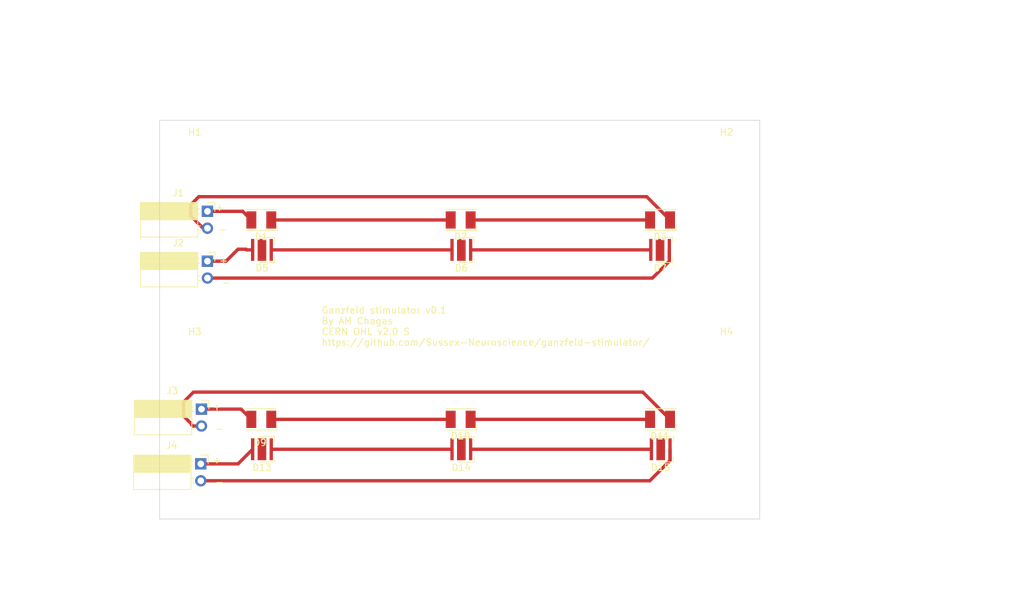
<source format=kicad_pcb>
(kicad_pcb (version 20240108) (generator "pcbnew") (generator_version "8.0")
  (layers (0 "F.Cu" signal) (31 "B.Cu" signal) (34 "B.Paste" user) (35 "F.Paste" user) (36 "B.SilkS" user "B.Silkscreen") (37 "F.SilkS" user "F.Silkscreen") (38 "B.Mask" user) (39 "F.Mask" user) (44 "Edge.Cuts" user))
  (net 0 "")
  (net 1 "Net-(D1-K)")
  (net 2 "Net-(D1-A)")
  (net 3 "Net-(D2-K)")
  (net 4 "Net-(D3-K)")
  (net 5 "Net-(D5-K)")
  (net 6 "Net-(D5-A)")
  (net 7 "Net-(D6-K)")
  (net 8 "Net-(D7-K)")
  (net 9 "Net-(D10-A)")
  (net 10 "Net-(D9-A)")
  (net 11 "Net-(D10-K)")
  (net 12 "Net-(D11-K)")
  (net 13 "Net-(D13-K)")
  (net 14 "Net-(D13-A)")
  (net 15 "Net-(D14-K)")
  (net 16 "Net-(D15-K)")
  (footprint "LED_SMD:LED_PLCC-2_3.4x3.0mm_KA" (layer "F.Cu") (at 140 107 180)
    (property "Reference" "D10" (at 0 -2.5 0) (layer "F.SilkS"))
    (property "Value" "LED")
    (fp_line (start 2.25 1.6) (end -2.4 1.6) (stroke (width 0.12)) (layer "F.SilkS"))
    (fp_line (start 2.25 -1.6) (end -2.4 -1.6) (stroke (width 0.12)) (layer "F.SilkS"))
    (fp_line (start -2.4 -1.6) (end -2.4 -0.8) (stroke (width 0.12)) (layer "F.SilkS"))
    (pad "1" smd rect (at -1.5 0 180) (size 1.5 2.6) (layers "F.Cu" "F.Paste" "F.Mask") (net 11 "Net-(D10-K)"))
    (pad "2" smd rect (at 1.5 0 180) (size 1.5 2.6) (layers "F.Cu" "F.Paste" "F.Mask") (net 9 "Net-(D10-A)"))
  )
  (footprint "Connector_PinSocket_2.54mm:PinSocket_1x02_P2.54mm_Horizontal" (layer "F.Cu") (at 100.9 113.7)
    (property "Reference" "J4" (at -4.38 -2.77 0) (layer "F.SilkS"))
    (property "Value" "UV bank 2")
    (fp_line (start -10.09 -1.33) (end -10.09 3.87) (stroke (width 0.12)) (layer "F.SilkS"))
    (fp_line (start -10.09 -1.33) (end -1.46 -1.33) (stroke (width 0.12)) (layer "F.SilkS"))
    (fp_line (start -10.09 -1.21) (end -1.46 -1.21) (stroke (width 0.12)) (layer "F.SilkS"))
    (fp_line (start -10.09 -1.091905) (end -1.46 -1.091905) (stroke (width 0.12)) (layer "F.SilkS"))
    (fp_line (start -10.09 -0.97381) (end -1.46 -0.97381) (stroke (width 0.12)) (layer "F.SilkS"))
    (fp_line (start -10.09 -0.855715) (end -1.46 -0.855715) (stroke (width 0.12)) (layer "F.SilkS"))
    (fp_line (start -10.09 -0.73762) (end -1.46 -0.73762) (stroke (width 0.12)) (layer "F.SilkS"))
    (fp_line (start -10.09 -0.619525) (end -1.46 -0.619525) (stroke (width 0.12)) (layer "F.SilkS"))
    (fp_line (start -10.09 -0.50143) (end -1.46 -0.50143) (stroke (width 0.12)) (layer "F.SilkS"))
    (fp_line (start -10.09 -0.383335) (end -1.46 -0.383335) (stroke (width 0.12)) (layer "F.SilkS"))
    (fp_line (start -10.09 -0.26524) (end -1.46 -0.26524) (stroke (width 0.12)) (layer "F.SilkS"))
    (fp_line (start -10.09 -0.147145) (end -1.46 -0.147145) (stroke (width 0.12)) (layer "F.SilkS"))
    (fp_line (start -10.09 -0.02905) (end -1.46 -0.02905) (stroke (width 0.12)) (layer "F.SilkS"))
    (fp_line (start -10.09 0.089045) (end -1.46 0.089045) (stroke (width 0.12)) (layer "F.SilkS"))
    (fp_line (start -10.09 0.20714) (end -1.46 0.20714) (stroke (width 0.12)) (layer "F.SilkS"))
    (fp_line (start -10.09 0.325235) (end -1.46 0.325235) (stroke (width 0.12)) (layer "F.SilkS"))
    (fp_line (start -10.09 0.44333) (end -1.46 0.44333) (stroke (width 0.12)) (layer "F.SilkS"))
    (fp_line (start -10.09 0.561425) (end -1.46 0.561425) (stroke (width 0.12)) (layer "F.SilkS"))
    (fp_line (start -10.09 0.67952) (end -1.46 0.67952) (stroke (width 0.12)) (layer "F.SilkS"))
    (fp_line (start -10.09 0.797615) (end -1.46 0.797615) (stroke (width 0.12)) (layer "F.SilkS"))
    (fp_line (start -10.09 0.91571) (end -1.46 0.91571) (stroke (width 0.12)) (layer "F.SilkS"))
    (fp_line (start -10.09 1.033805) (end -1.46 1.033805) (stroke (width 0.12)) (layer "F.SilkS"))
    (fp_line (start -10.09 1.1519) (end -1.46 1.1519) (stroke (width 0.12)) (layer "F.SilkS"))
    (fp_line (start -10.09 1.27) (end -1.46 1.27) (stroke (width 0.12)) (layer "F.SilkS"))
    (fp_line (start -10.09 3.87) (end -1.46 3.87) (stroke (width 0.12)) (layer "F.SilkS"))
    (fp_line (start -1.46 -1.33) (end -1.46 3.87) (stroke (width 0.12)) (layer "F.SilkS"))
    (fp_line (start -1.46 -0.36) (end -1.11 -0.36) (stroke (width 0.12)) (layer "F.SilkS"))
    (fp_line (start -1.46 0.36) (end -1.11 0.36) (stroke (width 0.12)) (layer "F.SilkS"))
    (fp_line (start -1.46 2.18) (end -1.05 2.18) (stroke (width 0.12)) (layer "F.SilkS"))
    (fp_line (start -1.46 2.9) (end -1.05 2.9) (stroke (width 0.12)) (layer "F.SilkS"))
    (fp_line (start 0 -1.33) (end 1.11 -1.33) (stroke (width 0.12)) (layer "F.SilkS"))
    (fp_line (start 1.11 -1.33) (end 1.11 0) (stroke (width 0.12)) (layer "F.SilkS"))
    (pad "1" thru_hole rect (at 0 0) (size 1.7 1.7) (drill 1) (layers "*.Cu" "*.Mask") (net 14 "Net-(D13-A)"))
    (pad "2" thru_hole oval (at 0 2.54) (size 1.7 1.7) (drill 1) (layers "*.Cu" "*.Mask") (net 16 "Net-(D15-K)"))
  )
  (footprint "LED_SMD:LED_Cree-XP" (layer "F.Cu") (at 140.1 81.5 180)
    (property "Reference" "D6" (at 0 -2.75 180) (layer "F.SilkS"))
    (property "Value" "LED")
    (fp_line (start 0.35 1.9) (end -1.9 1.9) (stroke (width 0.12)) (layer "F.SilkS"))
    (fp_line (start 0.35 -1.9) (end -1.9 -1.9) (stroke (width 0.12)) (layer "F.SilkS"))
    (fp_line (start -1.9 1.9) (end -1.9 1.15) (stroke (width 0.12)) (layer "F.SilkS"))
    (fp_line (start -1.9 -1.9) (end -1.9 -1.15) (stroke (width 0.12)) (layer "F.SilkS"))
    (pad "1" smd rect (at -1.4 0 180) (size 0.5 3.3) (layers "F.Cu" "F.Paste" "F.Mask") (net 7 "Net-(D6-K)"))
    (pad "2" smd rect (at 1.4 0 180) (size 0.5 3.3) (layers "F.Cu" "F.Paste" "F.Mask") (net 5 "Net-(D5-K)"))
    (pad "3" smd rect (at 0 0 180) (size 1.3 3.3) (layers "F.Cu" "F.Mask"))
  )
  (footprint "Connector_PinSocket_2.54mm:PinSocket_1x02_P2.54mm_Horizontal" (layer "F.Cu") (at 101.9 83.2)
    (property "Reference" "J2" (at -4.38 -2.77 0) (layer "F.SilkS"))
    (property "Value" "UV bank 1")
    (fp_line (start -10.09 -1.33) (end -10.09 3.87) (stroke (width 0.12)) (layer "F.SilkS"))
    (fp_line (start -10.09 -1.33) (end -1.46 -1.33) (stroke (width 0.12)) (layer "F.SilkS"))
    (fp_line (start -10.09 -1.21) (end -1.46 -1.21) (stroke (width 0.12)) (layer "F.SilkS"))
    (fp_line (start -10.09 -1.091905) (end -1.46 -1.091905) (stroke (width 0.12)) (layer "F.SilkS"))
    (fp_line (start -10.09 -0.97381) (end -1.46 -0.97381) (stroke (width 0.12)) (layer "F.SilkS"))
    (fp_line (start -10.09 -0.855715) (end -1.46 -0.855715) (stroke (width 0.12)) (layer "F.SilkS"))
    (fp_line (start -10.09 -0.73762) (end -1.46 -0.73762) (stroke (width 0.12)) (layer "F.SilkS"))
    (fp_line (start -10.09 -0.619525) (end -1.46 -0.619525) (stroke (width 0.12)) (layer "F.SilkS"))
    (fp_line (start -10.09 -0.50143) (end -1.46 -0.50143) (stroke (width 0.12)) (layer "F.SilkS"))
    (fp_line (start -10.09 -0.383335) (end -1.46 -0.383335) (stroke (width 0.12)) (layer "F.SilkS"))
    (fp_line (start -10.09 -0.26524) (end -1.46 -0.26524) (stroke (width 0.12)) (layer "F.SilkS"))
    (fp_line (start -10.09 -0.147145) (end -1.46 -0.147145) (stroke (width 0.12)) (layer "F.SilkS"))
    (fp_line (start -10.09 -0.02905) (end -1.46 -0.02905) (stroke (width 0.12)) (layer "F.SilkS"))
    (fp_line (start -10.09 0.089045) (end -1.46 0.089045) (stroke (width 0.12)) (layer "F.SilkS"))
    (fp_line (start -10.09 0.20714) (end -1.46 0.20714) (stroke (width 0.12)) (layer "F.SilkS"))
    (fp_line (start -10.09 0.325235) (end -1.46 0.325235) (stroke (width 0.12)) (layer "F.SilkS"))
    (fp_line (start -10.09 0.44333) (end -1.46 0.44333) (stroke (width 0.12)) (layer "F.SilkS"))
    (fp_line (start -10.09 0.561425) (end -1.46 0.561425) (stroke (width 0.12)) (layer "F.SilkS"))
    (fp_line (start -10.09 0.67952) (end -1.46 0.67952) (stroke (width 0.12)) (layer "F.SilkS"))
    (fp_line (start -10.09 0.797615) (end -1.46 0.797615) (stroke (width 0.12)) (layer "F.SilkS"))
    (fp_line (start -10.09 0.91571) (end -1.46 0.91571) (stroke (width 0.12)) (layer "F.SilkS"))
    (fp_line (start -10.09 1.033805) (end -1.46 1.033805) (stroke (width 0.12)) (layer "F.SilkS"))
    (fp_line (start -10.09 1.1519) (end -1.46 1.1519) (stroke (width 0.12)) (layer "F.SilkS"))
    (fp_line (start -10.09 1.27) (end -1.46 1.27) (stroke (width 0.12)) (layer "F.SilkS"))
    (fp_line (start -10.09 3.87) (end -1.46 3.87) (stroke (width 0.12)) (layer "F.SilkS"))
    (fp_line (start -1.46 -1.33) (end -1.46 3.87) (stroke (width 0.12)) (layer "F.SilkS"))
    (fp_line (start -1.46 -0.36) (end -1.11 -0.36) (stroke (width 0.12)) (layer "F.SilkS"))
    (fp_line (start -1.46 0.36) (end -1.11 0.36) (stroke (width 0.12)) (layer "F.SilkS"))
    (fp_line (start -1.46 2.18) (end -1.05 2.18) (stroke (width 0.12)) (layer "F.SilkS"))
    (fp_line (start -1.46 2.9) (end -1.05 2.9) (stroke (width 0.12)) (layer "F.SilkS"))
    (fp_line (start 0 -1.33) (end 1.11 -1.33) (stroke (width 0.12)) (layer "F.SilkS"))
    (fp_line (start 1.11 -1.33) (end 1.11 0) (stroke (width 0.12)) (layer "F.SilkS"))
    (pad "1" thru_hole rect (at 0 0) (size 1.7 1.7) (drill 1) (layers "*.Cu" "*.Mask") (net 6 "Net-(D5-A)"))
    (pad "2" thru_hole oval (at 0 2.54) (size 1.7 1.7) (drill 1) (layers "*.Cu" "*.Mask") (net 8 "Net-(D7-K)"))
  )
  (footprint "Connector_PinSocket_2.54mm:PinSocket_1x02_P2.54mm_Horizontal" (layer "F.Cu") (at 101 105.46)
    (property "Reference" "J3" (at -4.38 -2.77 0) (layer "F.SilkS"))
    (property "Value" "Green bank 2")
    (fp_line (start -10.09 -1.33) (end -10.09 3.87) (stroke (width 0.12)) (layer "F.SilkS"))
    (fp_line (start -10.09 -1.33) (end -1.46 -1.33) (stroke (width 0.12)) (layer "F.SilkS"))
    (fp_line (start -10.09 -1.21) (end -1.46 -1.21) (stroke (width 0.12)) (layer "F.SilkS"))
    (fp_line (start -10.09 -1.091905) (end -1.46 -1.091905) (stroke (width 0.12)) (layer "F.SilkS"))
    (fp_line (start -10.09 -0.97381) (end -1.46 -0.97381) (stroke (width 0.12)) (layer "F.SilkS"))
    (fp_line (start -10.09 -0.855715) (end -1.46 -0.855715) (stroke (width 0.12)) (layer "F.SilkS"))
    (fp_line (start -10.09 -0.73762) (end -1.46 -0.73762) (stroke (width 0.12)) (layer "F.SilkS"))
    (fp_line (start -10.09 -0.619525) (end -1.46 -0.619525) (stroke (width 0.12)) (layer "F.SilkS"))
    (fp_line (start -10.09 -0.50143) (end -1.46 -0.50143) (stroke (width 0.12)) (layer "F.SilkS"))
    (fp_line (start -10.09 -0.383335) (end -1.46 -0.383335) (stroke (width 0.12)) (layer "F.SilkS"))
    (fp_line (start -10.09 -0.26524) (end -1.46 -0.26524) (stroke (width 0.12)) (layer "F.SilkS"))
    (fp_line (start -10.09 -0.147145) (end -1.46 -0.147145) (stroke (width 0.12)) (layer "F.SilkS"))
    (fp_line (start -10.09 -0.02905) (end -1.46 -0.02905) (stroke (width 0.12)) (layer "F.SilkS"))
    (fp_line (start -10.09 0.089045) (end -1.46 0.089045) (stroke (width 0.12)) (layer "F.SilkS"))
    (fp_line (start -10.09 0.20714) (end -1.46 0.20714) (stroke (width 0.12)) (layer "F.SilkS"))
    (fp_line (start -10.09 0.325235) (end -1.46 0.325235) (stroke (width 0.12)) (layer "F.SilkS"))
    (fp_line (start -10.09 0.44333) (end -1.46 0.44333) (stroke (width 0.12)) (layer "F.SilkS"))
    (fp_line (start -10.09 0.561425) (end -1.46 0.561425) (stroke (width 0.12)) (layer "F.SilkS"))
    (fp_line (start -10.09 0.67952) (end -1.46 0.67952) (stroke (width 0.12)) (layer "F.SilkS"))
    (fp_line (start -10.09 0.797615) (end -1.46 0.797615) (stroke (width 0.12)) (layer "F.SilkS"))
    (fp_line (start -10.09 0.91571) (end -1.46 0.91571) (stroke (width 0.12)) (layer "F.SilkS"))
    (fp_line (start -10.09 1.033805) (end -1.46 1.033805) (stroke (width 0.12)) (layer "F.SilkS"))
    (fp_line (start -10.09 1.1519) (end -1.46 1.1519) (stroke (width 0.12)) (layer "F.SilkS"))
    (fp_line (start -10.09 1.27) (end -1.46 1.27) (stroke (width 0.12)) (layer "F.SilkS"))
    (fp_line (start -10.09 3.87) (end -1.46 3.87) (stroke (width 0.12)) (layer "F.SilkS"))
    (fp_line (start -1.46 -1.33) (end -1.46 3.87) (stroke (width 0.12)) (layer "F.SilkS"))
    (fp_line (start -1.46 -0.36) (end -1.11 -0.36) (stroke (width 0.12)) (layer "F.SilkS"))
    (fp_line (start -1.46 0.36) (end -1.11 0.36) (stroke (width 0.12)) (layer "F.SilkS"))
    (fp_line (start -1.46 2.18) (end -1.05 2.18) (stroke (width 0.12)) (layer "F.SilkS"))
    (fp_line (start -1.46 2.9) (end -1.05 2.9) (stroke (width 0.12)) (layer "F.SilkS"))
    (fp_line (start 0 -1.33) (end 1.11 -1.33) (stroke (width 0.12)) (layer "F.SilkS"))
    (fp_line (start 1.11 -1.33) (end 1.11 0) (stroke (width 0.12)) (layer "F.SilkS"))
    (pad "1" thru_hole rect (at 0 0) (size 1.7 1.7) (drill 1) (layers "*.Cu" "*.Mask") (net 10 "Net-(D9-A)"))
    (pad "2" thru_hole oval (at 0 2.54) (size 1.7 1.7) (drill 1) (layers "*.Cu" "*.Mask") (net 12 "Net-(D11-K)"))
  )
  (footprint "LED_SMD:LED_Cree-XP" (layer "F.Cu") (at 170 81.5 180)
    (property "Reference" "D7" (at 0 -2.75 180) (layer "F.SilkS"))
    (property "Value" "LED")
    (fp_line (start 0.35 1.9) (end -1.9 1.9) (stroke (width 0.12)) (layer "F.SilkS"))
    (fp_line (start 0.35 -1.9) (end -1.9 -1.9) (stroke (width 0.12)) (layer "F.SilkS"))
    (fp_line (start -1.9 1.9) (end -1.9 1.15) (stroke (width 0.12)) (layer "F.SilkS"))
    (fp_line (start -1.9 -1.9) (end -1.9 -1.15) (stroke (width 0.12)) (layer "F.SilkS"))
    (pad "1" smd rect (at -1.4 0 180) (size 0.5 3.3) (layers "F.Cu" "F.Paste" "F.Mask") (net 8 "Net-(D7-K)"))
    (pad "2" smd rect (at 1.4 0 180) (size 0.5 3.3) (layers "F.Cu" "F.Paste" "F.Mask") (net 7 "Net-(D6-K)"))
    (pad "3" smd rect (at 0 0 180) (size 1.3 3.3) (layers "F.Cu" "F.Mask"))
  )
  (footprint "LED_SMD:LED_PLCC-2_3.4x3.0mm_KA" (layer "F.Cu") (at 170 77 180)
    (property "Reference" "D3" (at 0 -2.5 0) (layer "F.SilkS"))
    (property "Value" "LED")
    (fp_line (start 2.25 1.6) (end -2.4 1.6) (stroke (width 0.12)) (layer "F.SilkS"))
    (fp_line (start 2.25 -1.6) (end -2.4 -1.6) (stroke (width 0.12)) (layer "F.SilkS"))
    (fp_line (start -2.4 -1.6) (end -2.4 -0.8) (stroke (width 0.12)) (layer "F.SilkS"))
    (pad "1" smd rect (at -1.5 0 180) (size 1.5 2.6) (layers "F.Cu" "F.Paste" "F.Mask") (net 4 "Net-(D3-K)"))
    (pad "2" smd rect (at 1.5 0 180) (size 1.5 2.6) (layers "F.Cu" "F.Paste" "F.Mask") (net 3 "Net-(D2-K)"))
  )
  (footprint "LED_SMD:LED_Cree-XP" (layer "F.Cu") (at 140.1 111.5 180)
    (property "Reference" "D14" (at 0 -2.75 180) (layer "F.SilkS"))
    (property "Value" "LED")
    (fp_line (start 0.35 1.9) (end -1.9 1.9) (stroke (width 0.12)) (layer "F.SilkS"))
    (fp_line (start 0.35 -1.9) (end -1.9 -1.9) (stroke (width 0.12)) (layer "F.SilkS"))
    (fp_line (start -1.9 1.9) (end -1.9 1.15) (stroke (width 0.12)) (layer "F.SilkS"))
    (fp_line (start -1.9 -1.9) (end -1.9 -1.15) (stroke (width 0.12)) (layer "F.SilkS"))
    (pad "1" smd rect (at -1.4 0 180) (size 0.5 3.3) (layers "F.Cu" "F.Paste" "F.Mask") (net 15 "Net-(D14-K)"))
    (pad "2" smd rect (at 1.4 0 180) (size 0.5 3.3) (layers "F.Cu" "F.Paste" "F.Mask") (net 13 "Net-(D13-K)"))
    (pad "3" smd rect (at 0 0 180) (size 1.3 3.3) (layers "F.Cu" "F.Mask"))
  )
  (footprint "MountingHole:MountingHole_3.2mm_M3" (layer "F.Cu") (at 180 68)
    (property "Reference" "H2" (at 0 -4.2 0) (layer "F.SilkS"))
    (property "Value" "MountingHole")
    (pad "" np_thru_hole circle (at 0 0) (size 3.2 3.2) (drill 3.2) (layers "*.Cu" "*.Mask"))
  )
  (footprint "LED_SMD:LED_PLCC-2_3.4x3.0mm_KA" (layer "F.Cu") (at 170 107 180)
    (property "Reference" "D11" (at 0 -2.5 0) (layer "F.SilkS"))
    (property "Value" "LED")
    (fp_line (start 2.25 1.6) (end -2.4 1.6) (stroke (width 0.12)) (layer "F.SilkS"))
    (fp_line (start 2.25 -1.6) (end -2.4 -1.6) (stroke (width 0.12)) (layer "F.SilkS"))
    (fp_line (start -2.4 -1.6) (end -2.4 -0.8) (stroke (width 0.12)) (layer "F.SilkS"))
    (pad "1" smd rect (at -1.5 0 180) (size 1.5 2.6) (layers "F.Cu" "F.Paste" "F.Mask") (net 12 "Net-(D11-K)"))
    (pad "2" smd rect (at 1.5 0 180) (size 1.5 2.6) (layers "F.Cu" "F.Paste" "F.Mask") (net 11 "Net-(D10-K)"))
  )
  (footprint "LED_SMD:LED_PLCC-2_3.4x3.0mm_KA" (layer "F.Cu") (at 140 77 180)
    (property "Reference" "D2" (at 0 -2.5 0) (layer "F.SilkS"))
    (property "Value" "LED")
    (fp_line (start 2.25 1.6) (end -2.4 1.6) (stroke (width 0.12)) (layer "F.SilkS"))
    (fp_line (start 2.25 -1.6) (end -2.4 -1.6) (stroke (width 0.12)) (layer "F.SilkS"))
    (fp_line (start -2.4 -1.6) (end -2.4 -0.8) (stroke (width 0.12)) (layer "F.SilkS"))
    (pad "1" smd rect (at -1.5 0 180) (size 1.5 2.6) (layers "F.Cu" "F.Paste" "F.Mask") (net 3 "Net-(D2-K)"))
    (pad "2" smd rect (at 1.5 0 180) (size 1.5 2.6) (layers "F.Cu" "F.Paste" "F.Mask") (net 1 "Net-(D1-K)"))
  )
  (footprint "MountingHole:MountingHole_3.2mm_M3" (layer "F.Cu") (at 100 98)
    (property "Reference" "H3" (at 0 -4.2 0) (layer "F.SilkS"))
    (property "Value" "MountingHole")
    (pad "" np_thru_hole circle (at 0 0) (size 3.2 3.2) (drill 3.2) (layers "*.Cu" "*.Mask"))
  )
  (footprint "LED_SMD:LED_PLCC-2_3.4x3.0mm_KA" (layer "F.Cu") (at 110 107 180)
    (property "Reference" "D9" (at 0.2 -3.5 0) (layer "F.SilkS"))
    (property "Value" "LED")
    (fp_line (start 2.25 1.6) (end -2.4 1.6) (stroke (width 0.12)) (layer "F.SilkS"))
    (fp_line (start 2.25 -1.6) (end -2.4 -1.6) (stroke (width 0.12)) (layer "F.SilkS"))
    (fp_line (start -2.4 -1.6) (end -2.4 -0.8) (stroke (width 0.12)) (layer "F.SilkS"))
    (pad "1" smd rect (at -1.5 0 180) (size 1.5 2.6) (layers "F.Cu" "F.Paste" "F.Mask") (net 9 "Net-(D10-A)"))
    (pad "2" smd rect (at 1.5 0 180) (size 1.5 2.6) (layers "F.Cu" "F.Paste" "F.Mask") (net 10 "Net-(D9-A)"))
  )
  (footprint "MountingHole:MountingHole_3.2mm_M3" (layer "F.Cu") (at 180 98)
    (property "Reference" "H4" (at 0 -4.2 0) (layer "F.SilkS"))
    (property "Value" "MountingHole")
    (pad "" np_thru_hole circle (at 0 0) (size 3.2 3.2) (drill 3.2) (layers "*.Cu" "*.Mask"))
  )
  (footprint "Connector_PinSocket_2.54mm:PinSocket_1x02_P2.54mm_Horizontal" (layer "F.Cu") (at 101.9 75.7)
    (property "Reference" "J1" (at -4.38 -2.77 0) (layer "F.SilkS"))
    (property "Value" "Green bank 1")
    (fp_line (start -10.09 -1.33) (end -10.09 3.87) (stroke (width 0.12)) (layer "F.SilkS"))
    (fp_line (start -10.09 -1.33) (end -1.46 -1.33) (stroke (width 0.12)) (layer "F.SilkS"))
    (fp_line (start -10.09 -1.21) (end -1.46 -1.21) (stroke (width 0.12)) (layer "F.SilkS"))
    (fp_line (start -10.09 -1.091905) (end -1.46 -1.091905) (stroke (width 0.12)) (layer "F.SilkS"))
    (fp_line (start -10.09 -0.97381) (end -1.46 -0.97381) (stroke (width 0.12)) (layer "F.SilkS"))
    (fp_line (start -10.09 -0.855715) (end -1.46 -0.855715) (stroke (width 0.12)) (layer "F.SilkS"))
    (fp_line (start -10.09 -0.73762) (end -1.46 -0.73762) (stroke (width 0.12)) (layer "F.SilkS"))
    (fp_line (start -10.09 -0.619525) (end -1.46 -0.619525) (stroke (width 0.12)) (layer "F.SilkS"))
    (fp_line (start -10.09 -0.50143) (end -1.46 -0.50143) (stroke (width 0.12)) (layer "F.SilkS"))
    (fp_line (start -10.09 -0.383335) (end -1.46 -0.383335) (stroke (width 0.12)) (layer "F.SilkS"))
    (fp_line (start -10.09 -0.26524) (end -1.46 -0.26524) (stroke (width 0.12)) (layer "F.SilkS"))
    (fp_line (start -10.09 -0.147145) (end -1.46 -0.147145) (stroke (width 0.12)) (layer "F.SilkS"))
    (fp_line (start -10.09 -0.02905) (end -1.46 -0.02905) (stroke (width 0.12)) (layer "F.SilkS"))
    (fp_line (start -10.09 0.089045) (end -1.46 0.089045) (stroke (width 0.12)) (layer "F.SilkS"))
    (fp_line (start -10.09 0.20714) (end -1.46 0.20714) (stroke (width 0.12)) (layer "F.SilkS"))
    (fp_line (start -10.09 0.325235) (end -1.46 0.325235) (stroke (width 0.12)) (layer "F.SilkS"))
    (fp_line (start -10.09 0.44333) (end -1.46 0.44333) (stroke (width 0.12)) (layer "F.SilkS"))
    (fp_line (start -10.09 0.561425) (end -1.46 0.561425) (stroke (width 0.12)) (layer "F.SilkS"))
    (fp_line (start -10.09 0.67952) (end -1.46 0.67952) (stroke (width 0.12)) (layer "F.SilkS"))
    (fp_line (start -10.09 0.797615) (end -1.46 0.797615) (stroke (width 0.12)) (layer "F.SilkS"))
    (fp_line (start -10.09 0.91571) (end -1.46 0.91571) (stroke (width 0.12)) (layer "F.SilkS"))
    (fp_line (start -10.09 1.033805) (end -1.46 1.033805) (stroke (width 0.12)) (layer "F.SilkS"))
    (fp_line (start -10.09 1.1519) (end -1.46 1.1519) (stroke (width 0.12)) (layer "F.SilkS"))
    (fp_line (start -10.09 1.27) (end -1.46 1.27) (stroke (width 0.12)) (layer "F.SilkS"))
    (fp_line (start -10.09 3.87) (end -1.46 3.87) (stroke (width 0.12)) (layer "F.SilkS"))
    (fp_line (start -1.46 -1.33) (end -1.46 3.87) (stroke (width 0.12)) (layer "F.SilkS"))
    (fp_line (start -1.46 -0.36) (end -1.11 -0.36) (stroke (width 0.12)) (layer "F.SilkS"))
    (fp_line (start -1.46 0.36) (end -1.11 0.36) (stroke (width 0.12)) (layer "F.SilkS"))
    (fp_line (start -1.46 2.18) (end -1.05 2.18) (stroke (width 0.12)) (layer "F.SilkS"))
    (fp_line (start -1.46 2.9) (end -1.05 2.9) (stroke (width 0.12)) (layer "F.SilkS"))
    (fp_line (start 0 -1.33) (end 1.11 -1.33) (stroke (width 0.12)) (layer "F.SilkS"))
    (fp_line (start 1.11 -1.33) (end 1.11 0) (stroke (width 0.12)) (layer "F.SilkS"))
    (pad "1" thru_hole rect (at 0 0) (size 1.7 1.7) (drill 1) (layers "*.Cu" "*.Mask") (net 2 "Net-(D1-A)"))
    (pad "2" thru_hole oval (at 0 2.54) (size 1.7 1.7) (drill 1) (layers "*.Cu" "*.Mask") (net 4 "Net-(D3-K)"))
  )
  (footprint "LED_SMD:LED_PLCC-2_3.4x3.0mm_KA" (layer "F.Cu") (at 110 77 180)
    (property "Reference" "D1" (at 0 -2.5 0) (layer "F.SilkS"))
    (property "Value" "LED")
    (fp_line (start 2.25 1.6) (end -2.4 1.6) (stroke (width 0.12)) (layer "F.SilkS"))
    (fp_line (start 2.25 -1.6) (end -2.4 -1.6) (stroke (width 0.12)) (layer "F.SilkS"))
    (fp_line (start -2.4 -1.6) (end -2.4 -0.8) (stroke (width 0.12)) (layer "F.SilkS"))
    (pad "1" smd rect (at -1.5 0 180) (size 1.5 2.6) (layers "F.Cu" "F.Paste" "F.Mask") (net 1 "Net-(D1-K)"))
    (pad "2" smd rect (at 1.5 0 180) (size 1.5 2.6) (layers "F.Cu" "F.Paste" "F.Mask") (net 2 "Net-(D1-A)"))
  )
  (footprint "LED_SMD:LED_Cree-XP" (layer "F.Cu") (at 110.1 81.5 180)
    (property "Reference" "D5" (at 0 -2.75 180) (layer "F.SilkS"))
    (property "Value" "LED")
    (fp_line (start 0.35 1.9) (end -1.9 1.9) (stroke (width 0.12)) (layer "F.SilkS"))
    (fp_line (start 0.35 -1.9) (end -1.9 -1.9) (stroke (width 0.12)) (layer "F.SilkS"))
    (fp_line (start -1.9 1.9) (end -1.9 1.15) (stroke (width 0.12)) (layer "F.SilkS"))
    (fp_line (start -1.9 -1.9) (end -1.9 -1.15) (stroke (width 0.12)) (layer "F.SilkS"))
    (pad "1" smd rect (at -1.4 0 180) (size 0.5 3.3) (layers "F.Cu" "F.Paste" "F.Mask") (net 5 "Net-(D5-K)"))
    (pad "2" smd rect (at 1.4 0 180) (size 0.5 3.3) (layers "F.Cu" "F.Paste" "F.Mask") (net 6 "Net-(D5-A)"))
    (pad "3" smd rect (at 0 0 180) (size 1.3 3.3) (layers "F.Cu" "F.Mask"))
  )
  (footprint "LED_SMD:LED_Cree-XP" (layer "F.Cu") (at 110.1 111.5 180)
    (property "Reference" "D13" (at 0 -2.75 180) (layer "F.SilkS"))
    (property "Value" "LED")
    (fp_line (start 0.35 1.9) (end -1.9 1.9) (stroke (width 0.12)) (layer "F.SilkS"))
    (fp_line (start 0.35 -1.9) (end -1.9 -1.9) (stroke (width 0.12)) (layer "F.SilkS"))
    (fp_line (start -1.9 1.9) (end -1.9 1.15) (stroke (width 0.12)) (layer "F.SilkS"))
    (fp_line (start -1.9 -1.9) (end -1.9 -1.15) (stroke (width 0.12)) (layer "F.SilkS"))
    (pad "1" smd rect (at -1.4 0 180) (size 0.5 3.3) (layers "F.Cu" "F.Paste" "F.Mask") (net 13 "Net-(D13-K)"))
    (pad "2" smd rect (at 1.4 0 180) (size 0.5 3.3) (layers "F.Cu" "F.Paste" "F.Mask") (net 14 "Net-(D13-A)"))
    (pad "3" smd rect (at 0 0 180) (size 1.3 3.3) (layers "F.Cu" "F.Mask"))
  )
  (footprint "MountingHole:MountingHole_3.2mm_M3" (layer "F.Cu") (at 100 68)
    (property "Reference" "H1" (at 0 -4.2 0) (layer "F.SilkS"))
    (property "Value" "MountingHole")
    (pad "" np_thru_hole circle (at 0 0) (size 3.2 3.2) (drill 3.2) (layers "*.Cu" "*.Mask"))
  )
  (footprint "LED_SMD:LED_Cree-XP" (layer "F.Cu") (at 170.1 111.5 180)
    (property "Reference" "D15" (at 0 -2.75 180) (layer "F.SilkS"))
    (property "Value" "LED")
    (fp_line (start 0.35 1.9) (end -1.9 1.9) (stroke (width 0.12)) (layer "F.SilkS"))
    (fp_line (start 0.35 -1.9) (end -1.9 -1.9) (stroke (width 0.12)) (layer "F.SilkS"))
    (fp_line (start -1.9 1.9) (end -1.9 1.15) (stroke (width 0.12)) (layer "F.SilkS"))
    (fp_line (start -1.9 -1.9) (end -1.9 -1.15) (stroke (width 0.12)) (layer "F.SilkS"))
    (pad "1" smd rect (at -1.4 0 180) (size 0.5 3.3) (layers "F.Cu" "F.Paste" "F.Mask") (net 16 "Net-(D15-K)"))
    (pad "2" smd rect (at 1.4 0 180) (size 0.5 3.3) (layers "F.Cu" "F.Paste" "F.Mask") (net 15 "Net-(D14-K)"))
    (pad "3" smd rect (at 0 0 180) (size 1.3 3.3) (layers "F.Cu" "F.Mask"))
  )
  (gr_rect (start 94.7 62) (end 185 122) (stroke (width 0.1)) (fill none) (layer "Edge.Cuts"))
  (gr_text "+" (at 102.61 105.7 0) (layer "F.SilkS") (effects (font (size 1 1)) (justify left bottom)))
  (gr_text "+" (at 103.01 75.7 0) (layer "F.SilkS") (effects (font (size 1 1)) (justify left bottom)))
  (gr_text "-\n" (at 103 117 0) (layer "F.SilkS") (effects (font (size 1 1)) (justify left bottom)))
  (gr_text "-\n" (at 103.4 79 0) (layer "F.SilkS") (effects (font (size 1 1)) (justify left bottom)))
  (gr_text "Ganzfeld stimulator v0.1\nBy AM Chagas\nCERN OHL v2.0 S\nhttps://github.com/Sussex-Neuroscience/ganzfeld-stimulator/\n" (at 119 96 0) (layer "F.SilkS") (effects (font (size 1 1)) (justify left bottom)))
  (gr_text "-\n" (at 103 109 0) (layer "F.SilkS") (effects (font (size 1 1)) (justify left bottom)))
  (gr_text "+" (at 102.61 113.7 0) (layer "F.SilkS") (effects (font (size 1 1)) (justify left bottom)))
  (gr_text "+" (at 103.61 83.7 0) (layer "F.SilkS") (effects (font (size 1 1)) (justify left bottom)))
  (gr_text "-\n" (at 104 87 0) (layer "F.SilkS") (effects (font (size 1 1)) (justify left bottom)))
  (segment (start 111.5 77) (end 138.5 77) (width 0.5) (layer "F.Cu") (net 1))
  (segment (start 101.9 75.7) (end 107.2 75.7) (width 0.5) (layer "F.Cu") (net 2))
  (segment (start 107.2 75.7) (end 108.5 77) (width 0.5) (layer "F.Cu") (net 2))
  (segment (start 141.5 77) (end 168.5 77) (width 0.5) (layer "F.Cu") (net 3))
  (segment (start 99.4 76.4) (end 101.24 78.24) (width 0.5) (layer "F.Cu") (net 4))
  (segment (start 99.4 74.7) (end 99.4 76.4) (width 0.5) (layer "F.Cu") (net 4))
  (segment (start 171.5 77) (end 168 73.5) (width 0.5) (layer "F.Cu") (net 4))
  (segment (start 101.24 78.24) (end 101.9 78.24) (width 0.5) (layer "F.Cu") (net 4))
  (segment (start 100.6 73.5) (end 99.4 74.7) (width 0.5) (layer "F.Cu") (net 4))
  (segment (start 168 73.5) (end 100.6 73.5) (width 0.5) (layer "F.Cu") (net 4))
  (segment (start 111.5 81.5) (end 138.7 81.5) (width 0.5) (layer "F.Cu") (net 5))
  (segment (start 106.5 81.4) (end 107.7 81.4) (width 0.5) (layer "F.Cu") (net 6))
  (segment (start 104.7 83.2) (end 106.5 81.4) (width 0.5) (layer "F.Cu") (net 6))
  (segment (start 107.8 81.5) (end 108.7 81.5) (width 0.5) (layer "F.Cu") (net 6))
  (segment (start 107.7 81.4) (end 107.8 81.5) (width 0.5) (layer "F.Cu") (net 6))
  (segment (start 101.9 83.2) (end 104.7 83.2) (width 0.5) (layer "F.Cu") (net 6))
  (segment (start 141.5 81.5) (end 168.6 81.5) (width 0.5) (layer "F.Cu") (net 7))
  (segment (start 171.4 83.2) (end 168.86 85.74) (width 0.5) (layer "F.Cu") (net 8))
  (segment (start 171.4 81.5) (end 171.4 83.2) (width 0.5) (layer "F.Cu") (net 8))
  (segment (start 168.86 85.74) (end 101.9 85.74) (width 0.5) (layer "F.Cu") (net 8))
  (segment (start 111.5 107) (end 138.5 107) (width 0.5) (layer "F.Cu") (net 9))
  (segment (start 106.96 105.46) (end 108.5 107) (width 0.5) (layer "F.Cu") (net 10))
  (segment (start 101 105.46) (end 106.96 105.46) (width 0.5) (layer "F.Cu") (net 10))
  (segment (start 141.5 107) (end 168.5 107) (width 0.5) (layer "F.Cu") (net 11))
  (segment (start 171.5 107) (end 167.4 102.9) (width 0.5) (layer "F.Cu") (net 12))
  (segment (start 99.7 108) (end 101 108) (width 0.5) (layer "F.Cu") (net 12))
  (segment (start 99.5 107.7) (end 99.5 107.8) (width 0.5) (layer "F.Cu") (net 12))
  (segment (start 98.3 104.4) (end 98.3 106.5) (width 0.5) (layer "F.Cu") (net 12))
  (segment (start 98.3 106.5) (end 99.5 107.7) (width 0.5) (layer "F.Cu") (net 12))
  (segment (start 167.4 102.9) (end 99.8 102.9) (width 0.5) (layer "F.Cu") (net 12))
  (segment (start 99.8 102.9) (end 98.3 104.4) (width 0.5) (layer "F.Cu") (net 12))
  (segment (start 99.5 107.8) (end 99.7 108) (width 0.5) (layer "F.Cu") (net 12))
  (segment (start 111.5 111.5) (end 138.7 111.5) (width 0.5) (layer "F.Cu") (net 13))
  (segment (start 106.5 113.7) (end 108.7 111.5) (width 0.5) (layer "F.Cu") (net 14))
  (segment (start 100.9 113.7) (end 106.5 113.7) (width 0.5) (layer "F.Cu") (net 14))
  (segment (start 141.5 111.5) (end 168.7 111.5) (width 0.5) (layer "F.Cu") (net 15))
  (segment (start 168.46 116.24) (end 100.9 116.24) (width 0.5) (layer "F.Cu") (net 16))
  (segment (start 171.5 111.5) (end 171.5 113.2) (width 0.5) (layer "F.Cu") (net 16))
  (segment (start 171.5 113.2) (end 168.46 116.24) (width 0.5) (layer "F.Cu") (net 16))
)
</source>
